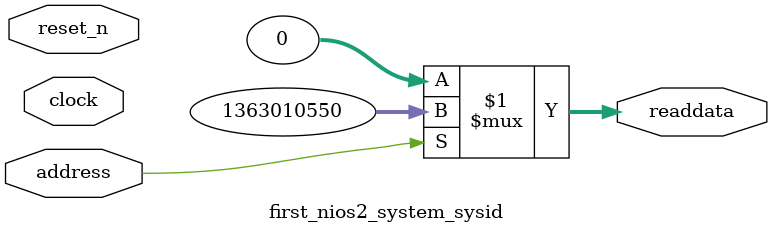
<source format=v>

`timescale 1ns / 1ps
// synthesis translate_on

// turn off superfluous verilog processor warnings 
// altera message_level Level1 
// altera message_off 10034 10035 10036 10037 10230 10240 10030 

module first_nios2_system_sysid (
               // inputs:
                address,
                clock,
                reset_n,

               // outputs:
                readdata
             )
;

  output  [ 31: 0] readdata;
  input            address;
  input            clock;
  input            reset_n;

  wire    [ 31: 0] readdata;
  //control_slave, which is an e_avalon_slave
  assign readdata = address ? 1363010550 : 0;

endmodule




</source>
